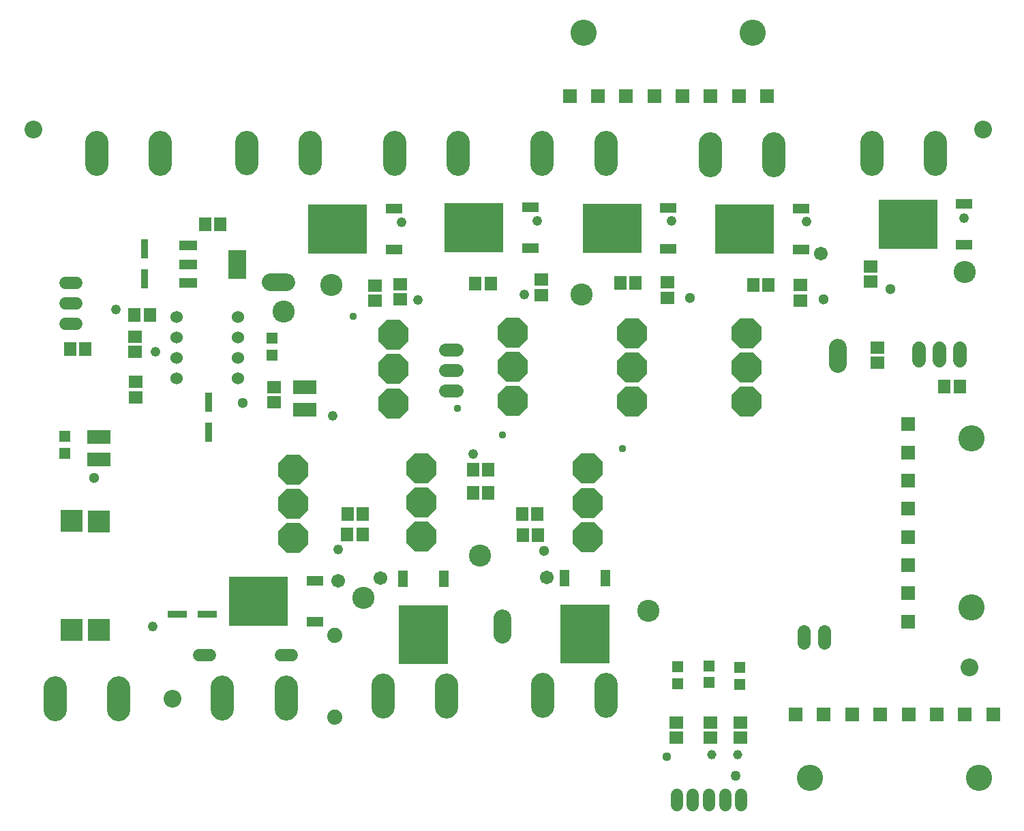
<source format=gbr>
G04 EAGLE Gerber X2 export*
%TF.Part,Single*%
%TF.FileFunction,Soldermask,Top,1*%
%TF.FilePolarity,Negative*%
%TF.GenerationSoftware,Autodesk,EAGLE,9.1.3*%
%TF.CreationDate,2019-02-26T23:35:26Z*%
G75*
%MOMM*%
%FSLAX34Y34*%
%LPD*%
%AMOC8*
5,1,8,0,0,1.08239X$1,22.5*%
G01*
%ADD10C,2.203200*%
%ADD11R,1.168200X2.061200*%
%ADD12R,6.076800X7.286100*%
%ADD13C,2.903200*%
%ADD14R,2.061200X1.168200*%
%ADD15R,7.286100X6.076800*%
%ADD16R,1.703200X1.503200*%
%ADD17R,2.403200X0.853200*%
%ADD18C,1.879600*%
%ADD19C,1.524000*%
%ADD20P,4.068920X8X22.500000*%
%ADD21R,1.503200X1.703200*%
%ADD22C,1.524000*%
%ADD23R,0.853200X2.403200*%
%ADD24C,2.743200*%
%ADD25C,2.184400*%
%ADD26P,4.068920X8X202.500000*%
%ADD27R,1.733200X1.733200*%
%ADD28C,3.253200*%
%ADD29R,1.403200X1.403200*%
%ADD30R,2.903200X1.803200*%
%ADD31C,1.511200*%
%ADD32C,1.711200*%
%ADD33R,2.227700X1.237400*%
%ADD34R,2.227700X3.537400*%
%ADD35C,1.625600*%
%ADD36R,2.753200X2.753200*%
%ADD37C,1.703200*%
%ADD38C,0.959600*%
%ADD39C,1.259600*%
%ADD40C,1.159600*%
%ADD41C,1.109600*%
%ADD42C,1.299600*%
%ADD43C,1.209600*%


D10*
X82000Y1295600D03*
X254600Y588200D03*
X1261800Y1295400D03*
X1244800Y627600D03*
D11*
X591940Y737555D03*
X541140Y737555D03*
D12*
X566540Y667730D03*
D11*
X792820Y738435D03*
X742020Y738435D03*
D12*
X767420Y668610D03*
D13*
X793770Y606300D02*
X793770Y579300D01*
X714770Y579300D02*
X714770Y606300D01*
X595540Y605300D02*
X595540Y578300D01*
X516540Y578300D02*
X516540Y605300D01*
X395900Y602900D02*
X395900Y575900D01*
X316900Y575900D02*
X316900Y602900D01*
X160620Y1252400D02*
X160620Y1279400D01*
X239620Y1279400D02*
X239620Y1252400D01*
X347340Y1252600D02*
X347340Y1279600D01*
X426340Y1279600D02*
X426340Y1252600D01*
X922820Y1250400D02*
X922820Y1277400D01*
X1001820Y1277400D02*
X1001820Y1250400D01*
X530940Y1252400D02*
X530940Y1279400D01*
X609940Y1279400D02*
X609940Y1252400D01*
X714000Y1252400D02*
X714000Y1279400D01*
X793000Y1279400D02*
X793000Y1252400D01*
D14*
X1237915Y1152520D03*
X1237915Y1203320D03*
D15*
X1168090Y1177920D03*
D16*
X381436Y975566D03*
X381436Y956566D03*
D17*
X260880Y693260D03*
X297880Y693260D03*
D18*
X456290Y666880D03*
X456290Y565280D03*
D19*
X301204Y642240D02*
X287996Y642240D01*
X389596Y642240D02*
X402804Y642240D01*
D20*
X968150Y957110D03*
X968150Y999600D03*
X968150Y1042090D03*
D14*
X529992Y1146320D03*
X529992Y1197120D03*
D15*
X460167Y1171720D03*
D20*
X529290Y955310D03*
X529290Y997800D03*
X529290Y1040290D03*
D14*
X699335Y1148120D03*
X699335Y1198920D03*
D15*
X629510Y1173520D03*
D20*
X677420Y957910D03*
X677420Y1000400D03*
X677420Y1042890D03*
D14*
X870435Y1147120D03*
X870435Y1197920D03*
D15*
X800610Y1172520D03*
D21*
X690100Y791300D03*
X709100Y791300D03*
D16*
X208840Y981870D03*
X208840Y962870D03*
D21*
X708200Y817680D03*
X689200Y817680D03*
X628200Y844300D03*
X647200Y844300D03*
X472290Y817600D03*
X491290Y817600D03*
X811200Y1104500D03*
X830200Y1104500D03*
X976060Y1102330D03*
X995060Y1102330D03*
X647060Y872600D03*
X628060Y872600D03*
D16*
X1034350Y1083120D03*
X1034350Y1102120D03*
X869740Y1086260D03*
X869740Y1105260D03*
D21*
X490900Y792000D03*
X471900Y792000D03*
D16*
X537920Y1103078D03*
X537920Y1084078D03*
X713292Y1108872D03*
X713292Y1089872D03*
X1121910Y1125240D03*
X1121910Y1106240D03*
D14*
X1035175Y1146520D03*
X1035175Y1197320D03*
D15*
X965350Y1171920D03*
D13*
X188000Y601700D02*
X188000Y574700D01*
X109000Y574700D02*
X109000Y601700D01*
D14*
X431675Y683590D03*
X431675Y734390D03*
D15*
X361850Y708990D03*
D20*
X404480Y787700D03*
X404480Y830190D03*
X404480Y872680D03*
X825900Y957310D03*
X825900Y999800D03*
X825900Y1042290D03*
D13*
X1123440Y1252260D02*
X1123440Y1279260D01*
X1202440Y1279260D02*
X1202440Y1252260D01*
D21*
X226680Y1064560D03*
X207680Y1064560D03*
D16*
X208630Y1038070D03*
X208630Y1019070D03*
D19*
X135484Y1053670D02*
X122276Y1053670D01*
X122276Y1104470D02*
X135484Y1104470D01*
X135484Y1079070D02*
X122276Y1079070D01*
D22*
X336520Y986280D03*
X336520Y1011680D03*
X260320Y1011680D03*
X260320Y986280D03*
X336520Y1037080D03*
X336520Y1062480D03*
X260320Y1037080D03*
X260320Y1062480D03*
D23*
X300170Y956340D03*
X300170Y919340D03*
D24*
X393040Y1069310D03*
X846090Y697630D03*
X637040Y765920D03*
X491920Y713360D03*
X452320Y1102504D03*
X762840Y1090720D03*
X1238830Y1118540D03*
D25*
X396386Y1105760D02*
X376574Y1105760D01*
X664800Y687786D02*
X664800Y667974D01*
X1081140Y1004124D02*
X1081140Y1023936D01*
D20*
X563680Y789500D03*
X563680Y831990D03*
X563680Y874480D03*
D26*
X770680Y874080D03*
X770680Y831590D03*
X770680Y789100D03*
D27*
X1028880Y569120D03*
X1063880Y569120D03*
X1098880Y569120D03*
X1133880Y569120D03*
X1168880Y569120D03*
X1203880Y569120D03*
X1238880Y569120D03*
X1273880Y569120D03*
D28*
X1046400Y490020D03*
X1256400Y490020D03*
D27*
X748160Y1336360D03*
X783160Y1336360D03*
X818160Y1336360D03*
X853160Y1336360D03*
X888160Y1336360D03*
X923160Y1336360D03*
X958160Y1336360D03*
X993160Y1336360D03*
D28*
X765680Y1415460D03*
X975680Y1415460D03*
D29*
X121400Y914300D03*
X121400Y893300D03*
D16*
X506600Y1082500D03*
X506600Y1101500D03*
D21*
X631100Y1104000D03*
X650100Y1104000D03*
D30*
X163600Y913600D03*
X163600Y885600D03*
D29*
X378600Y1015300D03*
X378600Y1036300D03*
D30*
X418816Y975648D03*
X418816Y947648D03*
D29*
X882000Y607100D03*
X882000Y628100D03*
D16*
X880600Y558900D03*
X880600Y539900D03*
X960400Y558900D03*
X960400Y539900D03*
X922600Y558700D03*
X922600Y539700D03*
D29*
X959000Y606500D03*
X959000Y627500D03*
X921600Y608300D03*
X921600Y629300D03*
D31*
X961200Y469265D02*
X961200Y456185D01*
X941200Y456185D02*
X941200Y469265D01*
X921200Y469265D02*
X921200Y456185D01*
X901200Y456185D02*
X901200Y469265D01*
X881200Y469265D02*
X881200Y456185D01*
D32*
X1182400Y1008060D02*
X1182400Y1023140D01*
X1207800Y1023140D02*
X1207800Y1008060D01*
X1233200Y1008060D02*
X1233200Y1023140D01*
D33*
X274532Y1151000D03*
X274532Y1128000D03*
X274532Y1105000D03*
D34*
X335068Y1128000D03*
D27*
X1168400Y929320D03*
X1168400Y894320D03*
X1168400Y859320D03*
X1168400Y824320D03*
X1168400Y789320D03*
X1168400Y754320D03*
X1168400Y719320D03*
X1168400Y684320D03*
D28*
X1247500Y911800D03*
X1247500Y701800D03*
D35*
X607712Y1021600D02*
X593488Y1021600D01*
X593488Y996200D02*
X607712Y996200D01*
X607712Y970800D02*
X593488Y970800D01*
X1064100Y672312D02*
X1064100Y658088D01*
X1038700Y658088D02*
X1038700Y672312D01*
D21*
X146500Y1023000D03*
X127500Y1023000D03*
D36*
X129320Y809150D03*
X163630Y808690D03*
X163150Y674180D03*
X129320Y674150D03*
D23*
X220000Y1147000D03*
X220000Y1110000D03*
D21*
X295500Y1178000D03*
X314500Y1178000D03*
X1232500Y976000D03*
X1213500Y976000D03*
D16*
X1130000Y1024500D03*
X1130000Y1005500D03*
D37*
X1060000Y1141000D03*
D38*
X479000Y1063000D03*
X814000Y899000D03*
X665000Y916000D03*
X609000Y949000D03*
D39*
X953869Y492869D03*
D40*
X924636Y519000D03*
X957000Y519000D03*
D41*
X869000Y516000D03*
D42*
X157200Y862800D03*
X716600Y772200D03*
X897400Y1086200D03*
X1063400Y1084200D03*
D37*
X513200Y737800D03*
D42*
X341800Y955800D03*
X1146400Y1097000D03*
D43*
X461000Y774000D03*
D37*
X461000Y735000D03*
D43*
X230000Y678000D03*
X692000Y1090000D03*
X560000Y1084000D03*
D37*
X720000Y739000D03*
D43*
X628000Y892000D03*
X234000Y1019000D03*
X185000Y1072000D03*
X1042000Y1181000D03*
X875000Y1182000D03*
X708000Y1182000D03*
X539000Y1180000D03*
X1238000Y1185000D03*
X454000Y940000D03*
M02*

</source>
